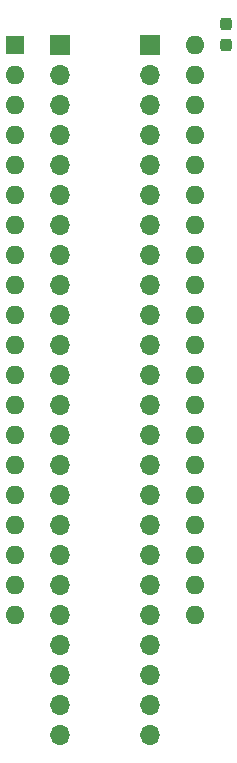
<source format=gbr>
G04 #@! TF.GenerationSoftware,KiCad,Pcbnew,8.0.4+dfsg-1*
G04 #@! TF.CreationDate,2025-02-23T16:27:38+09:00*
G04 #@! TF.ProjectId,bionic-nsc800,62696f6e-6963-42d6-9e73-633830302e6b,3*
G04 #@! TF.SameCoordinates,Original*
G04 #@! TF.FileFunction,Soldermask,Bot*
G04 #@! TF.FilePolarity,Negative*
%FSLAX46Y46*%
G04 Gerber Fmt 4.6, Leading zero omitted, Abs format (unit mm)*
G04 Created by KiCad (PCBNEW 8.0.4+dfsg-1) date 2025-02-23 16:27:38*
%MOMM*%
%LPD*%
G01*
G04 APERTURE LIST*
G04 Aperture macros list*
%AMRoundRect*
0 Rectangle with rounded corners*
0 $1 Rounding radius*
0 $2 $3 $4 $5 $6 $7 $8 $9 X,Y pos of 4 corners*
0 Add a 4 corners polygon primitive as box body*
4,1,4,$2,$3,$4,$5,$6,$7,$8,$9,$2,$3,0*
0 Add four circle primitives for the rounded corners*
1,1,$1+$1,$2,$3*
1,1,$1+$1,$4,$5*
1,1,$1+$1,$6,$7*
1,1,$1+$1,$8,$9*
0 Add four rect primitives between the rounded corners*
20,1,$1+$1,$2,$3,$4,$5,0*
20,1,$1+$1,$4,$5,$6,$7,0*
20,1,$1+$1,$6,$7,$8,$9,0*
20,1,$1+$1,$8,$9,$2,$3,0*%
G04 Aperture macros list end*
%ADD10R,1.600000X1.600000*%
%ADD11O,1.600000X1.600000*%
%ADD12O,1.700000X1.700000*%
%ADD13R,1.700000X1.700000*%
%ADD14RoundRect,0.237500X0.237500X-0.300000X0.237500X0.300000X-0.237500X0.300000X-0.237500X-0.300000X0*%
G04 APERTURE END LIST*
D10*
X106080000Y-75080000D03*
D11*
X106080000Y-77620000D03*
X106080000Y-80160000D03*
X106080000Y-82700000D03*
X106080000Y-85240000D03*
X106080000Y-87780000D03*
X106080000Y-90320000D03*
X106080000Y-92860000D03*
X106080000Y-95400000D03*
X106080000Y-97940000D03*
X106080000Y-100480000D03*
X106080000Y-103020000D03*
X106080000Y-105560000D03*
X106080000Y-108100000D03*
X106080000Y-110640000D03*
X106080000Y-113180000D03*
X106080000Y-115720000D03*
X106080000Y-118260000D03*
X106080000Y-120800000D03*
X106080000Y-123340000D03*
X121320000Y-123340000D03*
X121320000Y-120800000D03*
X121320000Y-118260000D03*
X121320000Y-115720000D03*
X121320000Y-113180000D03*
X121320000Y-110640000D03*
X121320000Y-108100000D03*
X121320000Y-105560000D03*
X121320000Y-103020000D03*
X121320000Y-100480000D03*
X121320000Y-97940000D03*
X121320000Y-95400000D03*
X121320000Y-92860000D03*
X121320000Y-90320000D03*
X121320000Y-87780000D03*
X121320000Y-85240000D03*
X121320000Y-82700000D03*
X121320000Y-80160000D03*
X121320000Y-77620000D03*
X121320000Y-75080000D03*
D12*
X117510000Y-133500000D03*
X117510000Y-130960000D03*
X117510000Y-128420000D03*
X117510000Y-125880000D03*
X117510000Y-123340000D03*
X117510000Y-120800000D03*
X117510000Y-118260000D03*
X117510000Y-115720000D03*
X117510000Y-113180000D03*
X117510000Y-110640000D03*
X117510000Y-108100000D03*
X117510000Y-105560000D03*
X117510000Y-103020000D03*
X117510000Y-100480000D03*
X117510000Y-97940000D03*
X117510000Y-95400000D03*
X117510000Y-92860000D03*
X117510000Y-90320000D03*
X117510000Y-87780000D03*
X117510000Y-85240000D03*
X117510000Y-82700000D03*
X117510000Y-80160000D03*
X117510000Y-77620000D03*
D13*
X117510000Y-75080000D03*
X109890000Y-75080000D03*
D12*
X109890000Y-77620000D03*
X109890000Y-80160000D03*
X109890000Y-82700000D03*
X109890000Y-85240000D03*
X109890000Y-87780000D03*
X109890000Y-90320000D03*
X109890000Y-92860000D03*
X109890000Y-95400000D03*
X109890000Y-97940000D03*
X109890000Y-100480000D03*
X109890000Y-103020000D03*
X109890000Y-105560000D03*
X109890000Y-108100000D03*
X109890000Y-110640000D03*
X109890000Y-113180000D03*
X109890000Y-115720000D03*
X109890000Y-118260000D03*
X109890000Y-120800000D03*
X109890000Y-123340000D03*
X109890000Y-125880000D03*
X109890000Y-128420000D03*
X109890000Y-130960000D03*
X109890000Y-133500000D03*
D14*
X123910800Y-75078900D03*
X123910800Y-73353900D03*
M02*

</source>
